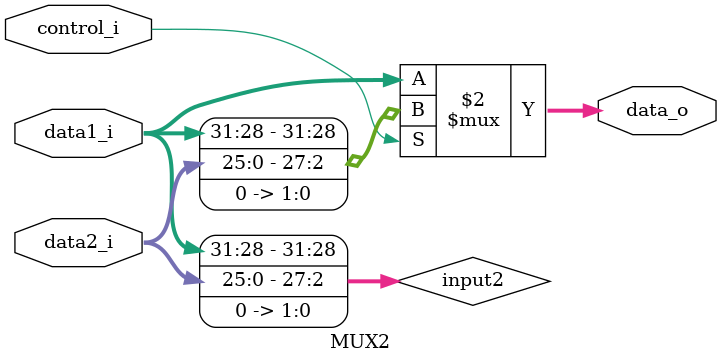
<source format=v>
module MUX2
(
	data1_i,
	data2_i,
	control_i,
	data_o
);

input	[31:0]	data1_i;
input	[25:0]	data2_i;
input			control_i;
output	[31:0]	data_o;

reg 	[31:0]	input2;
//data1[31:28] tillsammans med data2_i<<2 ska vara data2_i
// assign data2_i = data2_i<<2;
assign data_o = (control_i == 0)? (data1_i):
				input2;

always @(*) begin
	input2[31:28] <= data1_i[31:28];
	input2[27:0]  <= data2_i<<2;
end
				
endmodule
</source>
